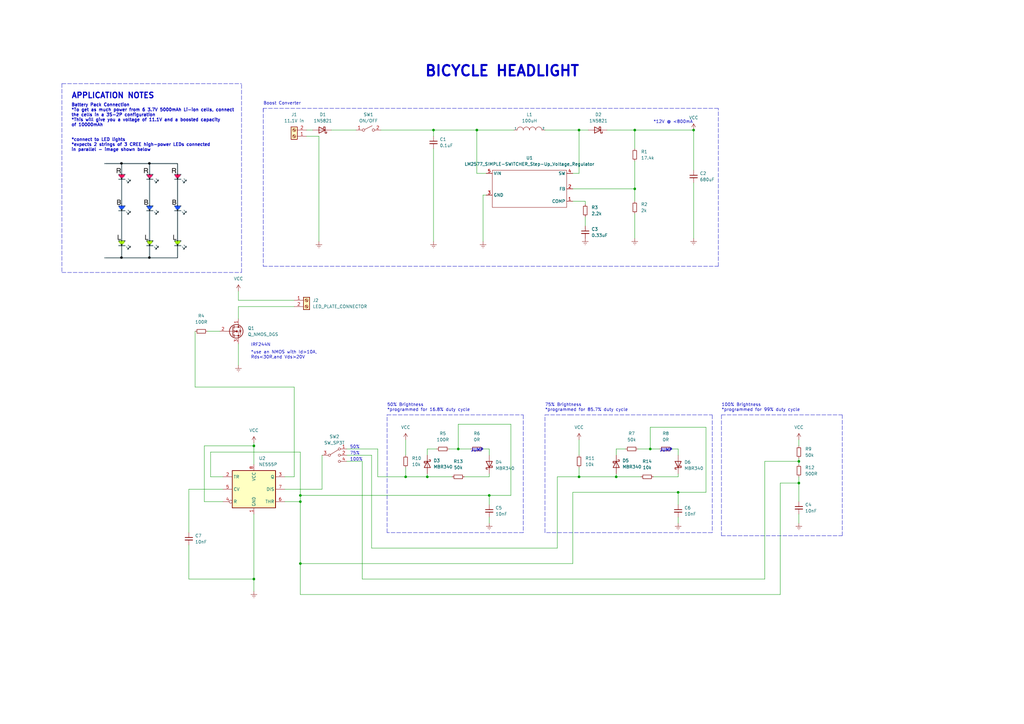
<source format=kicad_sch>
(kicad_sch (version 20211123) (generator eeschema)
  (paper "A3")
  (lib_symbols
    (symbol "Connector:Screw_Terminal_01x02" (pin_names (offset 1.016) hide)
      (property "Reference" "J" (at 0 2.54 0))
      (property "Value" "Screw_Terminal_01x02" (at 0 -5.08 0))
      (symbol "Screw_Terminal_01x02_1_1"
        (rectangle (start -1.27 1.27) (end 1.27 -3.81) (stroke (width 0.254)) (fill (type background)))
        (circle (center 0 -2.54) (radius 0.635) (stroke (width 0.1524)))
        (polyline (pts (xy -0.5334 -2.2098) (xy 0.3302 -3.048)) (stroke (width 0.1524)))
        (polyline (pts (xy -0.5334 0.3302) (xy 0.3302 -0.508)) (stroke (width 0.1524)))
        (polyline (pts (xy -0.3556 -2.032) (xy 0.508 -2.8702)) (stroke (width 0.1524)))
        (polyline (pts (xy -0.3556 0.508) (xy 0.508 -0.3302)) (stroke (width 0.1524)))
        (circle (center 0 0) (radius 0.635) (stroke (width 0.1524)))
        (pin passive line (at -5.08 0 0) (length 3.81) (name "Pin_1") (number "1"))
        (pin passive line (at -5.08 -2.54 0) (length 3.81) (name "Pin_2") (number "2"))
      )
    )
    (symbol "Device:C_Small" (pin_numbers hide) (pin_names (offset 0.254) hide)
      (property "Reference" "C" (at 0.254 1.778 0))
      (property "Value" "C_Small" (at 0.254 -2.032 0))
      (symbol "C_Small_0_1"
        (polyline (pts (xy -1.524 -0.508) (xy 1.524 -0.508)) (stroke (width 0.3302)))
        (polyline (pts (xy -1.524 0.508) (xy 1.524 0.508)) (stroke (width 0.3048)))
      )
      (symbol "C_Small_1_1"
        (pin passive line (at 0 2.54 270) (length 2.032) (name "~") (number "1"))
        (pin passive line (at 0 -2.54 90) (length 2.032) (name "~") (number "2"))
      )
    )
    (symbol "Device:Q_NMOS_DGS" (pin_names (offset 0) hide)
      (property "Reference" "Q" (at 5.08 1.27 0))
      (property "Value" "Q_NMOS_DGS" (at 5.08 -1.27 0))
      (symbol "Q_NMOS_DGS_0_1"
        (polyline (pts (xy 0.254 0) (xy -2.54 0)))
        (polyline (pts (xy 0.254 1.905) (xy 0.254 -1.905)) (stroke (width 0.254)))
        (polyline (pts (xy 0.762 -1.27) (xy 0.762 -2.286)) (stroke (width 0.254)))
        (polyline (pts (xy 0.762 0.508) (xy 0.762 -0.508)) (stroke (width 0.254)))
        (polyline (pts (xy 0.762 2.286) (xy 0.762 1.27)) (stroke (width 0.254)))
        (polyline (pts (xy 2.54 2.54) (xy 2.54 1.778)))
        (polyline (pts (xy 2.54 -2.54) (xy 2.54 0) (xy 0.762 0)))
        (polyline (pts (xy 0.762 -1.778) (xy 3.302 -1.778) (xy 3.302 1.778) (xy 0.762 1.778)))
        (polyline (pts (xy 1.016 0) (xy 2.032 0.381) (xy 2.032 -0.381) (xy 1.016 0)) (fill (type outline)))
        (polyline (pts (xy 2.794 0.508) (xy 2.921 0.381) (xy 3.683 0.381) (xy 3.81 0.254)))
        (polyline (pts (xy 3.302 0.381) (xy 2.921 -0.254) (xy 3.683 -0.254) (xy 3.302 0.381)))
        (circle (center 1.651 0) (radius 2.794) (stroke (width 0.254)))
        (circle (center 2.54 -1.778) (radius 0.254) (fill (type outline)))
        (circle (center 2.54 1.778) (radius 0.254) (fill (type outline)))
      )
      (symbol "Q_NMOS_DGS_1_1"
        (pin passive line (at 2.54 5.08 270) (length 2.54) (name "D") (number "1"))
        (pin input line (at -5.08 0 0) (length 2.54) (name "G") (number "2"))
        (pin passive line (at 2.54 -5.08 90) (length 2.54) (name "S") (number "3"))
      )
    )
    (symbol "Device:R_Small" (pin_numbers hide) (pin_names (offset 0.254) hide)
      (property "Reference" "R" (at 0.762 0.508 0))
      (property "Value" "R_Small" (at 0.762 -1.016 0))
      (symbol "R_Small_0_1"
        (rectangle (start -0.762 1.778) (end 0.762 -1.778) (stroke (width 0.2032)))
      )
      (symbol "R_Small_1_1"
        (pin passive line (at 0 2.54 270) (length 0.762) (name "~") (number "1"))
        (pin passive line (at 0 -2.54 90) (length 0.762) (name "~") (number "2"))
      )
    )
    (symbol "Diode:1N5821" (pin_numbers hide) (pin_names (offset 1.016) hide)
      (property "Reference" "D" (at 0 2.54 0))
      (property "Value" "1N5821" (at 0 -2.54 0))
      (symbol "1N5821_0_1"
        (polyline (pts (xy 1.27 0) (xy -1.27 0)))
        (polyline (pts (xy 1.27 1.27) (xy 1.27 -1.27) (xy -1.27 0) (xy 1.27 1.27)) (stroke (width 0.254)))
        (polyline (pts (xy -1.905 0.635) (xy -1.905 1.27) (xy -1.27 1.27) (xy -1.27 -1.27) (xy -0.635 -1.27) (xy -0.635 -0.635)) (stroke (width 0.254)))
      )
      (symbol "1N5821_1_1"
        (pin passive line (at -3.81 0 0) (length 2.54) (name "K") (number "1"))
        (pin passive line (at 3.81 0 180) (length 2.54) (name "A") (number "2"))
      )
    )
    (symbol "Diode:MBR340" (pin_numbers hide) (pin_names (offset 1.016) hide)
      (property "Reference" "D" (at 0 2.54 0))
      (property "Value" "MBR340" (at 0 -2.54 0))
      (symbol "MBR340_0_1"
        (polyline (pts (xy 1.27 0) (xy -1.27 0)))
        (polyline (pts (xy 1.27 1.27) (xy 1.27 -1.27) (xy -1.27 0) (xy 1.27 1.27)) (stroke (width 0.254)))
        (polyline (pts (xy -1.905 0.635) (xy -1.905 1.27) (xy -1.27 1.27) (xy -1.27 -1.27) (xy -0.635 -1.27) (xy -0.635 -0.635)) (stroke (width 0.254)))
      )
      (symbol "MBR340_1_1"
        (pin passive line (at -3.81 0 0) (length 2.54) (name "K") (number "1"))
        (pin passive line (at 3.81 0 180) (length 2.54) (name "A") (number "2"))
      )
    )
    (symbol "Switch:SW_SP3T" (pin_names (offset 0) hide)
      (property "Reference" "SW" (at 0 5.08 0))
      (property "Value" "SW_SP3T" (at 0 -5.08 0))
      (symbol "SW_SP3T_0_1"
        (circle (center -2.032 0) (radius 0.4572))
        (polyline (pts (xy -1.651 0.254) (xy 1.651 2.286)))
        (circle (center 2.032 -2.54) (radius 0.4572))
        (circle (center 2.032 0) (radius 0.4572))
        (circle (center 2.032 2.54) (radius 0.4572))
      )
      (symbol "SW_SP3T_1_1"
        (pin passive line (at 5.08 2.54 180) (length 2.54) (name "1") (number "1"))
        (pin passive line (at 5.08 0 180) (length 2.54) (name "2") (number "2"))
        (pin passive line (at -5.08 0 0) (length 2.54) (name "3") (number "3"))
        (pin passive line (at 5.08 -2.54 180) (length 2.54) (name "4") (number "4"))
      )
    )
    (symbol "Switch:SW_SPST" (pin_names (offset 0) hide)
      (property "Reference" "SW" (at 0 3.175 0))
      (property "Value" "SW_SPST" (at 0 -2.54 0))
      (symbol "SW_SPST_0_0"
        (circle (center -2.032 0) (radius 0.508))
        (polyline (pts (xy -1.524 0.254) (xy 1.524 1.778)))
        (circle (center 2.032 0) (radius 0.508))
      )
      (symbol "SW_SPST_1_1"
        (pin passive line (at -5.08 0 0) (length 2.54) (name "A") (number "1"))
        (pin passive line (at 5.08 0 180) (length 2.54) (name "B") (number "2"))
      )
    )
    (symbol "Timer:NE555P"
      (property "Reference" "U" (at -10.16 8.89 0))
      (property "Value" "NE555P" (at 2.54 8.89 0))
      (symbol "NE555P_0_0"
        (pin power_in line (at 0 -10.16 90) (length 2.54) (name "GND") (number "1"))
        (pin power_in line (at 0 10.16 270) (length 2.54) (name "VCC") (number "8"))
      )
      (symbol "NE555P_0_1"
        (rectangle (start -8.89 -7.62) (end 8.89 7.62) (stroke (width 0.254)) (fill (type background)))
        (rectangle (start -8.89 -7.62) (end 8.89 7.62) (stroke (width 0.254)) (fill (type background)))
      )
      (symbol "NE555P_1_1"
        (pin input line (at -12.7 5.08 0) (length 3.81) (name "TR") (number "2"))
        (pin output line (at 12.7 5.08 180) (length 3.81) (name "Q") (number "3"))
        (pin input inverted (at -12.7 -5.08 0) (length 3.81) (name "R") (number "4"))
        (pin input line (at -12.7 0 0) (length 3.81) (name "CV") (number "5"))
        (pin input line (at 12.7 -5.08 180) (length 3.81) (name "THR") (number "6"))
        (pin input line (at 12.7 0 180) (length 3.81) (name "DIS") (number "7"))
      )
    )
    (symbol "modules:LM2577_SIMPLE-SWITCHER_Step-Up_Voltage_Regulator"
      (property "Reference" "U" (at 1.27 1.27 0))
      (property "Value" "LM2577_SIMPLE-SWITCHER_Step-Up_Voltage_Regulator" (at 35.56 1.27 0))
      (symbol "LM2577_SIMPLE-SWITCHER_Step-Up_Voltage_Regulator_0_1"
        (rectangle (start 0 0) (end 30.48 -15.24))
      )
      (symbol "LM2577_SIMPLE-SWITCHER_Step-Up_Voltage_Regulator_1_1"
        (pin input line (at 33.02 -12.7 180) (length 2.54) (name "COMP") (number "1"))
        (pin input line (at 33.02 -7.62 180) (length 2.54) (name "FB") (number "2"))
        (pin input line (at -2.54 -10.16 0) (length 2.54) (name "GND") (number "3"))
        (pin input line (at 33.02 -1.27 180) (length 2.54) (name "SW") (number "4"))
        (pin input line (at -2.54 -1.27 0) (length 2.54) (name "VIN") (number "5"))
      )
    )
    (symbol "power:Earth" (power) (pin_names (offset 0))
      (symbol "Earth_0_1"
        (polyline (pts (xy -0.635 -1.905) (xy 0.635 -1.905)))
        (polyline (pts (xy -0.127 -2.54) (xy 0.127 -2.54)))
        (polyline (pts (xy 0 -1.27) (xy 0 0)))
        (polyline (pts (xy 1.27 -1.27) (xy -1.27 -1.27)))
      )
      (symbol "Earth_1_1"
        (pin power_in line (at 0 0 270) (length 0) hide (name "Earth") (number "1"))
      )
    )
    (symbol "power:VCC" (power) (pin_names (offset 0))
      (property "Value" "VCC" (at 0 3.81 0))
      (symbol "VCC_0_1"
        (polyline (pts (xy -0.762 1.27) (xy 0 2.54)))
        (polyline (pts (xy 0 0) (xy 0 2.54)))
        (polyline (pts (xy 0 2.54) (xy 0.762 1.27)))
      )
      (symbol "VCC_1_1"
        (pin power_in line (at 0 0 90) (length 0) hide (name "VCC") (number "1"))
      )
    )
    (symbol "pspice:INDUCTOR" (pin_numbers hide) (pin_names (offset 0))
      (property "Reference" "L" (at 0 2.54 0))
      (property "Value" "INDUCTOR" (at 0 -1.27 0))
      (symbol "INDUCTOR_0_1"
        (arc (start -2.54 0) (mid -3.81 1.27) (end -5.08 0))
        (arc (start 0 0) (mid -1.27 1.27) (end -2.54 0))
        (arc (start 2.54 0) (mid 1.27 1.27) (end 0 0))
        (arc (start 5.08 0) (mid 3.81 1.27) (end 2.54 0))
      )
      (symbol "INDUCTOR_1_1"
        (pin input line (at -6.35 0 0) (length 1.27) (name "1") (number "1"))
        (pin input line (at 6.35 0 180) (length 1.27) (name "2") (number "2"))
      )
    )
  )
  (junction (at 327.66 198.12))
  (junction (at 200.66 203.2))
  (junction (at 175.26 195.58))
  (junction (at 237.49 195.58))
  (junction (at 252.73 195.58))
  (junction (at 284.48 53.34))
  (junction (at 123.19 205.74))
  (junction (at 123.19 231.14))
  (junction (at 195.58 53.34))
  (junction (at 266.7 184.15))
  (junction (at 260.35 53.34))
  (junction (at 237.49 53.34))
  (junction (at 260.35 77.47))
  (junction (at 327.66 189.23))
  (junction (at 104.14 237.49))
  (junction (at 104.14 182.88))
  (junction (at 187.96 184.15))
  (junction (at 177.8 53.34))
  (junction (at 166.37 195.58))
  (junction (at 123.19 203.2))
  (junction (at 278.13 201.93))
  (wire (pts (xy 120.65 158.75) (xy 80.01 158.75)))
  (wire (pts (xy 86.36 185.42) (xy 123.19 185.42)))
  (wire (pts (xy 142.24 186.69) (xy 152.4 186.69)))
  (wire (pts (xy 175.26 186.69) (xy 175.26 184.15)))
  (wire (pts (xy 327.66 182.88) (xy 327.66 180.34)))
  (wire (pts (xy 320.04 243.84) (xy 320.04 198.12)))
  (wire (pts (xy 313.69 189.23) (xy 327.66 189.23)))
  (wire (pts (xy 200.66 212.09) (xy 200.66 214.63)))
  (polyline (pts (xy 214.63 218.44) (xy 158.75 218.44)))
  (polyline (pts (xy 294.64 109.22) (xy 294.64 44.45)))
  (wire (pts (xy 260.35 53.34) (xy 248.92 53.34)))
  (wire (pts (xy 284.48 74.93) (xy 284.48 97.79)))
  (wire (pts (xy 125.73 53.34) (xy 128.27 53.34)))
  (wire (pts (xy 177.8 60.96) (xy 177.8 99.06)))
  (wire (pts (xy 234.95 231.14) (xy 123.19 231.14)))
  (wire (pts (xy 237.49 53.34) (xy 237.49 71.12)))
  (wire (pts (xy 142.24 189.23) (xy 148.59 189.23)))
  (polyline (pts (xy 233.68 170.18) (xy 292.1 170.18)))
  (wire (pts (xy 266.7 184.15) (xy 266.7 175.26)))
  (wire (pts (xy 327.66 187.96) (xy 327.66 189.23)))
  (wire (pts (xy 152.4 224.79) (xy 228.6 224.79)))
  (wire (pts (xy 142.24 184.15) (xy 154.94 184.15)))
  (polyline (pts (xy 295.91 170.18) (xy 345.44 170.18)))
  (wire (pts (xy 327.66 189.23) (xy 327.66 190.5)))
  (wire (pts (xy 148.59 189.23) (xy 148.59 237.49)))
  (wire (pts (xy 123.19 231.14) (xy 123.19 205.74)))
  (wire (pts (xy 327.66 195.58) (xy 327.66 198.12)))
  (wire (pts (xy 97.79 119.38) (xy 97.79 123.19)))
  (wire (pts (xy 154.94 184.15) (xy 154.94 195.58)))
  (wire (pts (xy 77.47 200.66) (xy 77.47 218.44)))
  (wire (pts (xy 123.19 185.42) (xy 123.19 203.2)))
  (wire (pts (xy 278.13 201.93) (xy 278.13 207.01)))
  (polyline (pts (xy 214.63 170.18) (xy 214.63 218.44)))
  (wire (pts (xy 260.35 87.63) (xy 260.35 97.79)))
  (wire (pts (xy 237.49 195.58) (xy 252.73 195.58)))
  (wire (pts (xy 135.89 53.34) (xy 146.05 53.34)))
  (polyline (pts (xy 158.75 170.18) (xy 214.63 170.18)))
  (polyline (pts (xy 107.95 44.45) (xy 107.95 45.72)))
  (wire (pts (xy 187.96 184.15) (xy 187.96 173.99)))
  (wire (pts (xy 289.56 201.93) (xy 278.13 201.93)))
  (wire (pts (xy 240.03 88.9) (xy 240.03 92.71)))
  (wire (pts (xy 234.95 77.47) (xy 260.35 77.47)))
  (wire (pts (xy 120.65 125.73) (xy 97.79 125.73)))
  (polyline (pts (xy 107.95 44.45) (xy 107.95 109.22)))
  (wire (pts (xy 125.73 55.88) (xy 130.81 55.88)))
  (wire (pts (xy 200.66 186.69) (xy 200.66 184.15)))
  (wire (pts (xy 152.4 186.69) (xy 152.4 224.79)))
  (wire (pts (xy 104.14 181.61) (xy 104.14 182.88)))
  (wire (pts (xy 252.73 184.15) (xy 256.54 184.15)))
  (wire (pts (xy 266.7 184.15) (xy 270.51 184.15)))
  (wire (pts (xy 175.26 184.15) (xy 179.07 184.15)))
  (wire (pts (xy 199.39 80.01) (xy 198.12 80.01)))
  (wire (pts (xy 177.8 53.34) (xy 195.58 53.34)))
  (wire (pts (xy 223.52 53.34) (xy 237.49 53.34)))
  (wire (pts (xy 85.09 135.89) (xy 90.17 135.89)))
  (polyline (pts (xy 223.52 170.18) (xy 233.68 170.18)))
  (wire (pts (xy 267.97 195.58) (xy 278.13 195.58)))
  (wire (pts (xy 148.59 237.49) (xy 313.69 237.49)))
  (wire (pts (xy 184.15 184.15) (xy 187.96 184.15)))
  (wire (pts (xy 166.37 191.77) (xy 166.37 195.58)))
  (wire (pts (xy 123.19 243.84) (xy 320.04 243.84)))
  (wire (pts (xy 234.95 201.93) (xy 234.95 231.14)))
  (wire (pts (xy 80.01 158.75) (xy 80.01 135.89)))
  (wire (pts (xy 210.82 53.34) (xy 195.58 53.34)))
  (wire (pts (xy 198.12 80.01) (xy 198.12 99.06)))
  (wire (pts (xy 195.58 71.12) (xy 199.39 71.12)))
  (wire (pts (xy 261.62 184.15) (xy 266.7 184.15)))
  (wire (pts (xy 166.37 195.58) (xy 175.26 195.58)))
  (wire (pts (xy 252.73 195.58) (xy 262.89 195.58)))
  (wire (pts (xy 175.26 194.31) (xy 175.26 195.58)))
  (wire (pts (xy 91.44 195.58) (xy 86.36 195.58)))
  (wire (pts (xy 260.35 66.04) (xy 260.35 77.47)))
  (wire (pts (xy 278.13 186.69) (xy 278.13 184.15)))
  (wire (pts (xy 260.35 77.47) (xy 260.35 82.55)))
  (polyline (pts (xy 25.4 34.29) (xy 25.4 111.76)))
  (wire (pts (xy 97.79 125.73) (xy 97.79 130.81)))
  (wire (pts (xy 240.03 83.82) (xy 240.03 82.55)))
  (polyline (pts (xy 25.4 34.29) (xy 99.06 34.29)))
  (wire (pts (xy 209.55 203.2) (xy 200.66 203.2)))
  (wire (pts (xy 327.66 198.12) (xy 327.66 205.74)))
  (wire (pts (xy 228.6 195.58) (xy 237.49 195.58)))
  (wire (pts (xy 237.49 191.77) (xy 237.49 195.58)))
  (wire (pts (xy 278.13 201.93) (xy 234.95 201.93)))
  (wire (pts (xy 284.48 69.85) (xy 284.48 53.34)))
  (wire (pts (xy 104.14 210.82) (xy 104.14 237.49)))
  (wire (pts (xy 104.14 237.49) (xy 104.14 242.57)))
  (wire (pts (xy 237.49 180.34) (xy 237.49 186.69)))
  (polyline (pts (xy 345.44 219.71) (xy 345.44 170.18)))
  (wire (pts (xy 91.44 200.66) (xy 77.47 200.66)))
  (wire (pts (xy 200.66 195.58) (xy 200.66 194.31)))
  (wire (pts (xy 156.21 53.34) (xy 177.8 53.34)))
  (polyline (pts (xy 294.64 44.45) (xy 107.95 44.45)))
  (polyline (pts (xy 158.75 218.44) (xy 158.75 170.18)))
  (wire (pts (xy 260.35 53.34) (xy 284.48 53.34)))
  (wire (pts (xy 252.73 186.69) (xy 252.73 184.15)))
  (polyline (pts (xy 292.1 170.18) (xy 292.1 218.44)))
  (polyline (pts (xy 25.4 111.76) (xy 99.06 111.76)))
  (wire (pts (xy 278.13 184.15) (xy 275.59 184.15)))
  (wire (pts (xy 132.08 200.66) (xy 132.08 186.69)))
  (wire (pts (xy 123.19 205.74) (xy 116.84 205.74)))
  (polyline (pts (xy 223.52 218.44) (xy 223.52 170.18)))
  (wire (pts (xy 166.37 180.34) (xy 166.37 186.69)))
  (wire (pts (xy 154.94 195.58) (xy 166.37 195.58)))
  (wire (pts (xy 123.19 203.2) (xy 200.66 203.2)))
  (wire (pts (xy 116.84 195.58) (xy 120.65 195.58)))
  (wire (pts (xy 209.55 173.99) (xy 209.55 203.2)))
  (wire (pts (xy 83.82 182.88) (xy 104.14 182.88)))
  (wire (pts (xy 234.95 82.55) (xy 240.03 82.55)))
  (wire (pts (xy 313.69 237.49) (xy 313.69 189.23)))
  (wire (pts (xy 320.04 198.12) (xy 327.66 198.12)))
  (wire (pts (xy 237.49 71.12) (xy 234.95 71.12)))
  (wire (pts (xy 123.19 231.14) (xy 123.19 243.84)))
  (wire (pts (xy 123.19 203.2) (xy 123.19 205.74)))
  (wire (pts (xy 195.58 53.34) (xy 195.58 71.12)))
  (wire (pts (xy 260.35 60.96) (xy 260.35 53.34)))
  (wire (pts (xy 175.26 195.58) (xy 185.42 195.58)))
  (wire (pts (xy 327.66 210.82) (xy 327.66 214.63)))
  (wire (pts (xy 187.96 173.99) (xy 209.55 173.99)))
  (polyline (pts (xy 295.91 219.71) (xy 345.44 219.71)))
  (wire (pts (xy 91.44 205.74) (xy 83.82 205.74)))
  (wire (pts (xy 278.13 195.58) (xy 278.13 194.31)))
  (wire (pts (xy 86.36 195.58) (xy 86.36 185.42)))
  (wire (pts (xy 187.96 184.15) (xy 193.04 184.15)))
  (wire (pts (xy 120.65 123.19) (xy 97.79 123.19)))
  (wire (pts (xy 289.56 175.26) (xy 289.56 201.93)))
  (wire (pts (xy 104.14 182.88) (xy 104.14 190.5)))
  (polyline (pts (xy 292.1 218.44) (xy 223.52 218.44)))
  (polyline (pts (xy 107.95 109.22) (xy 294.64 109.22)))
  (wire (pts (xy 77.47 237.49) (xy 104.14 237.49)))
  (wire (pts (xy 278.13 212.09) (xy 278.13 214.63)))
  (wire (pts (xy 200.66 203.2) (xy 200.66 207.01)))
  (polyline (pts (xy 295.91 170.18) (xy 295.91 219.71)))
  (wire (pts (xy 83.82 205.74) (xy 83.82 182.88)))
  (wire (pts (xy 77.47 223.52) (xy 77.47 237.49)))
  (wire (pts (xy 97.79 140.97) (xy 97.79 149.86)))
  (wire (pts (xy 200.66 184.15) (xy 198.12 184.15)))
  (wire (pts (xy 120.65 195.58) (xy 120.65 158.75)))
  (polyline (pts (xy 99.06 111.76) (xy 99.06 34.29)))
  (wire (pts (xy 252.73 194.31) (xy 252.73 195.58)))
  (wire (pts (xy 177.8 55.88) (xy 177.8 53.34)))
  (wire (pts (xy 228.6 224.79) (xy 228.6 195.58)))
  (wire (pts (xy 116.84 200.66) (xy 132.08 200.66)))
  (wire (pts (xy 237.49 53.34) (xy 241.3 53.34)))
  (polyline (pts (xy 158.75 170.18) (xy 158.75 170.18)))
  (wire (pts (xy 266.7 175.26) (xy 289.56 175.26)))
  (wire (pts (xy 190.5 195.58) (xy 200.66 195.58)))
  (wire (pts (xy 130.81 55.88) (xy 130.81 99.06)))
  (image (at 59.69 85.09))
  (text "75% Brightness\n*programmed for 85.7% duty cycle" (at 223.52 168.91 0) (effects (font (size 1.27 1.27)) (justify left bottom)))
  (text "Battery Pack Connection\n*To get as much power from 6 3.7V 5000mAh Li-ion cells, connect\nthe cells in a 3S-2P configuration\n*This will give you a voltage of 11.1V and a boosted capacity\nof 10000mAh" (at 29.21 52.07 0) (effects (font (size 1.27 1.27) bold) (justify left bottom)))
  (text "*connect to LED lights\n*expects 2 strings of 3 CREE high-power LEDs connected \nin parallel - image shown below" (at 29.21 62.23 0) (effects (font (size 1.27 1.27) (thickness 0.254) bold) (justify left bottom)))
  (text "Boost Converter" (at 107.95 43.18 0) (effects (font (size 1.27 1.27)) (justify left bottom)))
  (text "*12V @ <800mA" (at 267.97 50.8 0) (effects (font (size 1.27 1.27)) (justify left bottom)))
  (text "APPLICATION NOTES" (at 29.21 40.64 0) (effects (font (size 2.27 2.27) bold) (justify left bottom)))
  (text "100% Brightness\n*programmed for 99% duty cycle" (at 295.91 168.91 0) (effects (font (size 1.27 1.27)) (justify left bottom)))
  (text "BICYCLE HEADLIGHT" (at 173.99 31.75 0) (effects (font (size 4.27 4.27) (thickness 0.854) bold) (justify left bottom)))
  (text "IRF244N" (at 102.87 142.24 0) (effects (font (size 1.27 1.27)) (justify left bottom)))
  (text "75%" (at 143.51 186.69 0) (effects (font (size 1.27 1.27)) (justify left bottom)))
  (text "*use an NMOS with Id>10A, \nRds<30R,and Vds>20V" (at 102.87 147.32 0) (effects (font (size 1.27 1.27)) (justify left bottom)))
  (text "JUMP\n" (at 193.04 185.42 0) (effects (font (size 1.27 1.27) bold) (justify left bottom)))
  (text "50% Brightness\n*programmed for 16.8% duty cycle" (at 158.75 168.91 0) (effects (font (size 1.27 1.27)) (justify left bottom)))
  (text "JUMP\n" (at 270.51 185.42 0) (effects (font (size 1.27 1.27) bold) (justify left bottom)))
  (text "100%" (at 143.51 189.23 0) (effects (font (size 1.27 1.27)) (justify left bottom)))
  (text "50%" (at 143.51 184.15 0) (effects (font (size 1.27 1.27)) (justify left bottom)))
  (symbol (lib_id "Device:R_Small") (at 195.58 184.15 90) (unit 1)
    (property "Reference" "R6" (at 195.58 177.8 90))
    (property "Value" "0R" (at 195.58 180.34 90))
    (property "Footprint" "Jumper:SolderJumper-2_P1.3mm_Bridged2Bar_Pad1.0x1.5mm" (effects hide))
  )
  (symbol (lib_id "Device:R_Small") (at 240.03 86.36 0) (unit 1)
    (property "Reference" "R3" (at 242.57 85.0899 0) (effects (justify left)))
    (property "Value" "2.2k" (at 242.57 87.6299 0) (effects (justify left)))
    (property "Footprint" "Resistor_SMD:R_0805_2012Metric_Pad1.20x1.40mm_HandSolder" (effects hide))
    (property "DigikeyPart#" "P2.2KDACT-ND" (effects hide))
  )
  (symbol (lib_id "Switch:SW_SPST") (at 151.13 53.34 0) (unit 1)
    (property "Reference" "SW1" (at 151.13 46.99 0))
    (property "Value" "ON/OFF" (at 151.13 49.53 0))
    (property "Footprint" "Button_Switch_THT:SW_CuK_JS202011AQN_DPDT_Angled" (effects hide))
    (property "DigikeyPart#" "401-2000-ND" (effects hide))
  )
  (symbol (lib_id "Device:R_Small") (at 166.37 189.23 180) (unit 1)
    (property "Reference" "R10" (at 168.91 187.9599 0) (effects (justify right)))
    (property "Value" "10k" (at 168.91 190.4999 0) (effects (justify right)))
    (property "Footprint" "Resistor_SMD:R_0805_2012Metric_Pad1.20x1.40mm_HandSolder" (effects hide))
    (property "JLCPart#" "C510098" (effects hide))
  )
  (symbol (lib_id "modules:LM2577_SIMPLE-SWITCHER_Step-Up_Voltage_Regulator") (at 201.93 69.85 0) (unit 1)
    (property "Reference" "U1" (at 217.17 64.77 0))
    (property "Value" "LM2577_SIMPLE-SWITCHER_Step-Up_Voltage_Regulator" (at 217.17 67.31 0))
    (property "Footprint" "Package_TO_SOT_SMD:TO-263-5_TabPin3" (effects hide))
    (property "JLCPart#" "C17117" (effects hide))
  )
  (symbol (lib_id "Device:R_Small") (at 327.66 193.04 180) (unit 1)
    (property "Reference" "R12" (at 330.2 191.7699 0) (effects (justify right)))
    (property "Value" "500R" (at 330.2 194.3099 0) (effects (justify right)))
    (property "Footprint" "Resistor_SMD:R_0805_2012Metric_Pad1.20x1.40mm_HandSolder" (effects hide))
    (property "DigikeyPart#" "Y1629-500ACT-ND" (effects hide))
  )
  (symbol (lib_id "Device:C_Small") (at 278.13 209.55 0) (unit 1)
    (property "Reference" "C6" (at 280.67 208.2862 0) (effects (justify left)))
    (property "Value" "10nF" (at 280.67 210.8262 0) (effects (justify left)))
    (property "Footprint" "Capacitor_SMD:C_0805_2012Metric" (effects hide))
    (property "JLCPart#" "C105947" (effects hide))
  )
  (symbol (lib_id "power:VCC") (at 284.48 53.34 0) (unit 1)
    (property "Reference" "#PWR0101" (effects hide))
    (property "Value" "VCC" (at 284.48 48.26 0))
  )
  (symbol (lib_id "Device:R_Small") (at 187.96 195.58 90) (unit 1)
    (property "Reference" "R13" (at 187.96 189.23 90))
    (property "Value" "50k" (at 187.96 191.77 90))
    (property "Footprint" "Resistor_SMD:R_0805_2012Metric_Pad1.20x1.40mm_HandSolder" (effects hide))
    (property "DigikeyPart#" "PLT0805-50KACT-ND" (effects hide))
  )
  (symbol (lib_id "Device:R_Small") (at 259.08 184.15 90) (unit 1)
    (property "Reference" "R7" (at 259.08 177.8 90))
    (property "Value" "50k" (at 259.08 180.34 90))
    (property "Footprint" "Resistor_SMD:R_0805_2012Metric_Pad1.20x1.40mm_HandSolder" (effects hide))
    (property "DigikeyPart#" "PLT0805-50KACT-ND" (effects hide))
  )
  (symbol (lib_id "Diode:MBR340") (at 252.73 190.5 270) (unit 1)
    (property "Reference" "D5" (at 255.27 188.9124 90) (effects (justify left)))
    (property "Value" "MBR340" (at 255.27 191.4524 90) (effects (justify left)))
    (property "Footprint" "Diode_THT:D_DO-201AD_P15.24mm_Horizontal" (effects hide))
    (property "Datasheet" "http://www.onsemi.com/pub_link/Collateral/MBR340-D.PDF" (effects hide))
    (property "DigikeyPart#" "1801-1N5821TR-ND" (effects hide))
  )
  (symbol (lib_id "Diode:MBR340") (at 200.66 190.5 90) (unit 1)
    (property "Reference" "D4" (at 203.2 189.5474 90) (effects (justify right)))
    (property "Value" "MBR340" (at 203.2 192.0874 90) (effects (justify right)))
    (property "Footprint" "Diode_THT:D_DO-201AD_P15.24mm_Horizontal" (effects hide))
    (property "Datasheet" "http://www.onsemi.com/pub_link/Collateral/MBR340-D.PDF" (effects hide))
    (property "DigikeyPart#" "1801-1N5821TR-ND" (effects hide))
  )
  (symbol (lib_id "Timer:NE555P") (at 104.14 200.66 0) (unit 1)
    (property "Reference" "U2" (at 106.1594 187.96 0) (effects (justify left)))
    (property "Value" "NE555P" (at 106.1594 190.5 0) (effects (justify left)))
    (property "Footprint" "Package_SO:SOIC-8_3.9x4.9mm_P1.27mm" (effects hide))
    (property "Datasheet" "http://www.ti.com/lit/ds/symlink/ne555.pdf" (effects hide))
    (property "JLCPart#" "-" (effects hide))
    (property "DigikeyPart#" "296-6501-1-ND" (effects hide))
  )
  (symbol (lib_id "Device:R_Small") (at 82.55 135.89 90) (unit 1)
    (property "Reference" "R4" (at 82.55 129.54 90))
    (property "Value" "100R" (at 82.55 132.08 90))
    (property "Footprint" "Resistor_SMD:R_0805_2012Metric_Pad1.20x1.40mm_HandSolder" (effects hide))
  )
  (symbol (lib_id "power:Earth") (at 284.48 97.79 0) (unit 1)
    (property "Reference" "#PWR03" (effects hide))
    (property "Value" "Earth" (effects hide))
  )
  (symbol (lib_id "Connector:Screw_Terminal_01x02") (at 125.73 123.19 0) (unit 1)
    (property "Reference" "J2" (at 128.27 123.1899 0) (effects (justify left)))
    (property "Value" "LED_PLATE_CONNECTOR" (at 128.27 125.7299 0) (effects (justify left)))
    (property "Footprint" "Connector_JST:JST_EH_S2B-EH_1x02_P2.50mm_Horizontal" (effects hide))
    (property "Part#" "1-1123723-2" (effects hide))
  )
  (symbol (lib_id "Diode:1N5821") (at 245.11 53.34 180) (unit 1)
    (property "Reference" "D2" (at 245.4275 46.99 0))
    (property "Value" "1N5821" (at 245.4275 49.53 0))
    (property "Footprint" "Diode_THT:D_DO-201AD_P15.24mm_Horizontal" (effects hide))
    (property "Datasheet" "http://www.vishay.com/docs/88526/1n5820.pdf" (effects hide))
    (property "JLCPart#" "-" (effects hide))
    (property "DigikeyPart#" "1801-1N5821TR-ND" (effects hide))
  )
  (symbol (lib_id "power:Earth") (at 240.03 97.79 0) (unit 1)
    (property "Reference" "#PWR01" (effects hide))
    (property "Value" "Earth" (effects hide))
  )
  (symbol (lib_id "power:Earth") (at 327.66 214.63 0) (unit 1)
    (property "Reference" "#PWR015" (effects hide))
    (property "Value" "Earth" (effects hide))
  )
  (symbol (lib_id "Diode:MBR340") (at 175.26 190.5 270) (unit 1)
    (property "Reference" "D3" (at 177.8 188.9124 90) (effects (justify left)))
    (property "Value" "MBR340" (at 177.8 191.4524 90) (effects (justify left)))
    (property "Footprint" "Diode_THT:D_DO-201AD_P15.24mm_Horizontal" (effects hide))
    (property "Datasheet" "http://www.onsemi.com/pub_link/Collateral/MBR340-D.PDF" (effects hide))
    (property "DigikeyPart#" "1801-1N5821TR-ND" (effects hide))
  )
  (symbol (lib_id "Device:R_Small") (at 237.49 189.23 180) (unit 1)
    (property "Reference" "R11" (at 240.03 187.9599 0) (effects (justify right)))
    (property "Value" "10k" (at 240.03 190.4999 0) (effects (justify right)))
    (property "Footprint" "Resistor_SMD:R_0805_2012Metric_Pad1.20x1.40mm_HandSolder" (effects hide))
    (property "JLCPart#" "C510098" (effects hide))
  )
  (symbol (lib_id "Device:C_Small") (at 284.48 72.39 0) (unit 1)
    (property "Reference" "C2" (at 287.02 71.1262 0) (effects (justify left)))
    (property "Value" "680uF" (at 287.02 73.6662 0) (effects (justify left)))
    (property "Footprint" "Capacitor_SMD:CP_Elec_10x10.5" (effects hide))
    (property "DigikeyPart#" "P14514-ND" (effects hide))
  )
  (symbol (lib_id "Device:R_Small") (at 327.66 185.42 180) (unit 1)
    (property "Reference" "R9" (at 330.2 184.1499 0) (effects (justify right)))
    (property "Value" "50k" (at 330.2 186.6899 0) (effects (justify right)))
    (property "Footprint" "Resistor_SMD:R_0805_2012Metric_Pad1.20x1.40mm_HandSolder" (effects hide))
    (property "DigikeyPart#" "PLT0805-50KACT-ND" (effects hide))
  )
  (symbol (lib_id "power:Earth") (at 104.14 242.57 0) (unit 1)
    (property "Reference" "#PWR016" (effects hide))
    (property "Value" "Earth" (effects hide))
  )
  (symbol (lib_id "power:Earth") (at 198.12 99.06 0) (unit 1)
    (property "Reference" "#PWR06" (effects hide))
    (property "Value" "Earth" (effects hide))
  )
  (symbol (lib_id "Switch:SW_SP3T") (at 137.16 186.69 0) (unit 1)
    (property "Reference" "SW2" (at 137.16 179.07 0))
    (property "Value" "SW_SP3T" (at 137.16 181.61 0))
    (property "Footprint" "Button_Switch_THT:SW_CuK_JS202011AQN_DPDT_Angled" (effects hide))
    (property "DigikeyPart#" "401-2000-ND" (effects hide))
  )
  (symbol (lib_id "power:VCC") (at 166.37 180.34 0) (unit 1)
    (property "Reference" "#PWR09" (effects hide))
    (property "Value" "VCC" (at 166.37 175.26 0))
  )
  (symbol (lib_id "Device:C_Small") (at 240.03 95.25 0) (unit 1)
    (property "Reference" "C3" (at 242.57 93.9862 0) (effects (justify left)))
    (property "Value" "0.33uF" (at 242.57 96.5262 0) (effects (justify left)))
    (property "Footprint" "Capacitor_SMD:CP_Elec_4x5.4" (effects hide))
    (property "JLCPart#" "C271437" (effects hide))
  )
  (symbol (lib_id "Device:Q_NMOS_DGS") (at 95.25 135.89 0) (unit 1)
    (property "Reference" "Q1" (at 101.6 134.6199 0) (effects (justify left)))
    (property "Value" "Q_NMOS_DGS" (at 101.6 137.1599 0) (effects (justify left)))
    (property "Footprint" "Package_TO_SOT_SMD:SOT-23" (effects hide))
    (property "DigikeyPart#" "DMN65D8L-7DICT-ND" (effects hide))
  )
  (symbol (lib_id "power:Earth") (at 177.8 99.06 0) (unit 1)
    (property "Reference" "#PWR05" (effects hide))
    (property "Value" "Earth" (effects hide))
  )
  (symbol (lib_id "power:VCC") (at 237.49 180.34 0) (unit 1)
    (property "Reference" "#PWR010" (effects hide))
    (property "Value" "VCC" (at 237.49 175.26 0))
  )
  (symbol (lib_id "Device:R_Small") (at 260.35 85.09 0) (unit 1)
    (property "Reference" "R2" (at 262.89 83.8199 0) (effects (justify left)))
    (property "Value" "2k" (at 262.89 86.3599 0) (effects (justify left)))
    (property "Footprint" "Resistor_SMD:R_0805_2012Metric_Pad1.20x1.40mm_HandSolder" (effects hide))
    (property "DigikeyPart#" "RG20P2.0KBCT-ND" (effects hide))
  )
  (symbol (lib_id "Device:R_Small") (at 181.61 184.15 90) (unit 1)
    (property "Reference" "R5" (at 181.61 177.8 90))
    (property "Value" "100R" (at 181.61 180.34 90))
    (property "Footprint" "Resistor_SMD:R_0805_2012Metric_Pad1.20x1.40mm_HandSolder" (effects hide))
    (property "JLCPart#" "541-100TCT-ND" (effects hide))
  )
  (symbol (lib_id "pspice:INDUCTOR") (at 217.17 53.34 0) (unit 1)
    (property "Reference" "L1" (at 217.17 46.99 0))
    (property "Value" "100uH" (at 217.17 49.53 0))
    (property "Footprint" "Inductor_SMD:L_Bourns_SRR1208_12.7x12.7mm" (effects hide))
    (property "DigikeyPart#" "118-SRR1206-101YLCT-ND" (effects hide))
  )
  (symbol (lib_id "power:Earth") (at 278.13 214.63 0) (unit 1)
    (property "Reference" "#PWR014" (effects hide))
    (property "Value" "Earth" (effects hide))
  )
  (symbol (lib_id "Diode:MBR340") (at 278.13 190.5 90) (unit 1)
    (property "Reference" "D6" (at 280.67 189.5474 90) (effects (justify right)))
    (property "Value" "MBR340" (at 280.67 192.0874 90) (effects (justify right)))
    (property "Footprint" "Diode_THT:D_DO-201AD_P15.24mm_Horizontal" (effects hide))
    (property "Datasheet" "http://www.onsemi.com/pub_link/Collateral/MBR340-D.PDF" (effects hide))
    (property "DigikeyPart#" "1801-1N5821TR-ND" (effects hide))
  )
  (symbol (lib_id "power:VCC") (at 97.79 119.38 0) (unit 1)
    (property "Reference" "#PWR07" (effects hide))
    (property "Value" "VCC" (at 97.79 114.3 0))
  )
  (symbol (lib_id "Device:C_Small") (at 77.47 220.98 0) (unit 1)
    (property "Reference" "C7" (at 80.01 219.7162 0) (effects (justify left)))
    (property "Value" "10nF" (at 80.01 222.2562 0) (effects (justify left)))
    (property "Footprint" "Capacitor_SMD:C_0805_2012Metric" (effects hide))
    (property "JLCPart#" "C105947" (effects hide))
  )
  (symbol (lib_id "power:Earth") (at 97.79 149.86 0) (unit 1)
    (property "Reference" "#PWR08" (effects hide))
    (property "Value" "Earth" (effects hide))
  )
  (symbol (lib_id "Device:C_Small") (at 200.66 209.55 0) (unit 1)
    (property "Reference" "C5" (at 203.2 208.2862 0) (effects (justify left)))
    (property "Value" "10nF" (at 203.2 210.8262 0) (effects (justify left)))
    (property "Footprint" "Capacitor_SMD:C_0805_2012Metric" (effects hide))
    (property "JLCPart#" "C105947" (effects hide))
  )
  (symbol (lib_id "Diode:1N5821") (at 132.08 53.34 180) (unit 1)
    (property "Reference" "D1" (at 132.3975 46.99 0))
    (property "Value" "1N5821" (at 132.3975 49.53 0))
    (property "Footprint" "Diode_THT:D_DO-201AD_P15.24mm_Horizontal" (effects hide))
    (property "Datasheet" "http://www.vishay.com/docs/88526/1n5820.pdf" (effects hide))
    (property "DigikeyPart#" "1801-1N5821TR-ND" (effects hide))
  )
  (symbol (lib_id "Device:C_Small") (at 177.8 58.42 0) (unit 1)
    (property "Reference" "C1" (at 180.34 57.1562 0) (effects (justify left)))
    (property "Value" "0.1uF" (at 180.34 59.6962 0) (effects (justify left)))
    (property "Footprint" "Capacitor_SMD:CP_Elec_4x5.4" (effects hide))
    (property "JLCPart#" "C271438" (effects hide))
  )
  (symbol (lib_id "Device:R_Small") (at 273.05 184.15 90) (unit 1)
    (property "Reference" "R8" (at 273.05 177.8 90))
    (property "Value" "0R" (at 273.05 180.34 90))
    (property "Footprint" "Jumper:SolderJumper-2_P1.3mm_Bridged2Bar_Pad1.0x1.5mm" (effects hide))
  )
  (symbol (lib_id "power:VCC") (at 104.14 181.61 0) (unit 1)
    (property "Reference" "#PWR012" (effects hide))
    (property "Value" "VCC" (at 104.14 176.53 0))
  )
  (symbol (lib_id "Device:C_Small") (at 327.66 208.28 0) (unit 1)
    (property "Reference" "C4" (at 330.2 207.0162 0) (effects (justify left)))
    (property "Value" "10nF" (at 330.2 209.5562 0) (effects (justify left)))
    (property "Footprint" "Capacitor_SMD:C_0805_2012Metric" (effects hide))
    (property "JLCPart#" "C105947" (effects hide))
  )
  (symbol (lib_id "power:Earth") (at 130.81 99.06 0) (unit 1)
    (property "Reference" "#PWR04" (effects hide))
    (property "Value" "Earth" (effects hide))
  )
  (symbol (lib_id "power:Earth") (at 200.66 214.63 0) (unit 1)
    (property "Reference" "#PWR013" (effects hide))
    (property "Value" "Earth" (effects hide))
  )
  (symbol (lib_id "Device:R_Small") (at 260.35 63.5 0) (unit 1)
    (property "Reference" "R1" (at 262.89 62.2299 0) (effects (justify left)))
    (property "Value" "17.4k" (at 262.89 64.7699 0) (effects (justify left)))
    (property "Footprint" "Resistor_SMD:R_0805_2012Metric_Pad1.20x1.40mm_HandSolder" (effects hide))
    (property "DigikeyPart#" "RMCF0805FT17K4CT-ND" (effects hide))
  )
  (symbol (lib_id "power:Earth") (at 260.35 97.79 0) (unit 1)
    (property "Reference" "#PWR02" (effects hide))
    (property "Value" "Earth" (effects hide))
  )
  (symbol (lib_id "Connector:Screw_Terminal_01x02") (at 120.65 55.88 180) (unit 1)
    (property "Reference" "J1" (at 120.65 46.99 0))
    (property "Value" "11.1V in" (at 120.65 49.53 0))
    (property "Footprint" "Connector_JST:JST_EH_S2B-EH_1x02_P2.50mm_Horizontal" (effects hide))
    (property "Part#" "1-1123723-2" (effects hide))
  )
  (symbol (lib_id "power:VCC") (at 327.66 180.34 0) (unit 1)
    (property "Reference" "#PWR011" (effects hide))
    (property "Value" "VCC" (at 327.66 175.26 0))
  )
  (symbol (lib_id "Device:R_Small") (at 265.43 195.58 270) (unit 1)
    (property "Reference" "R14" (at 265.43 189.23 90))
    (property "Value" "10k" (at 265.43 191.77 90))
    (property "Footprint" "Resistor_SMD:R_0805_2012Metric_Pad1.20x1.40mm_HandSolder" (effects hide))
    (property "JLCPart#" "C510098" (effects hide))
  )
)
</source>
